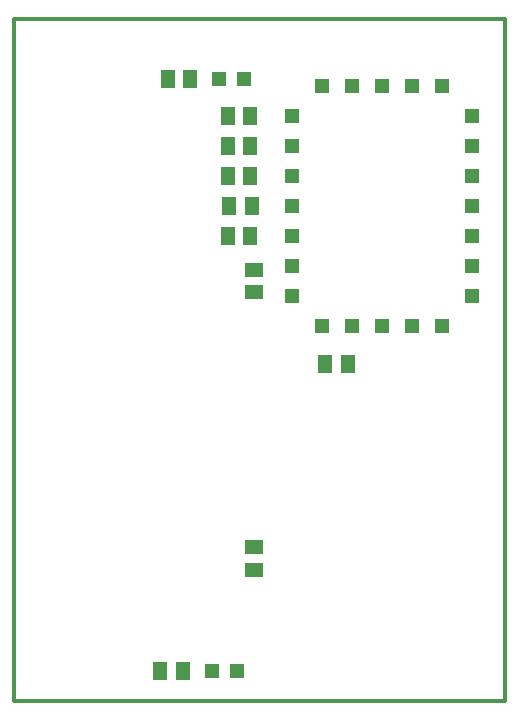
<source format=gtp>
G04 EAGLE Gerber RS-274X export*
G75*
%MOMM*%
%FSLAX34Y34*%
%LPD*%
%INSMD-Paste Oberseite*%
%IPPOS*%
%AMOC8*
5,1,8,0,0,1.08239X$1,22.5*%
G01*
%ADD10C,0.304800*%
%ADD11R,1.500000X1.300000*%
%ADD12R,1.150000X1.150000*%
%ADD13R,1.300000X1.500000*%
%ADD14R,1.200000X1.200000*%


D10*
X-19050Y0D02*
X396750Y0D01*
X396750Y577750D01*
X-19050Y577750D01*
X-19050Y0D01*
D11*
X184150Y365100D03*
X184150Y346100D03*
D12*
X215900Y495300D03*
X215900Y469900D03*
X215900Y444500D03*
X215900Y419100D03*
X215900Y393700D03*
X215900Y368300D03*
X215900Y342900D03*
X241300Y317500D03*
X266700Y317500D03*
X292100Y317500D03*
X317500Y317500D03*
X342900Y317500D03*
X368300Y342900D03*
X368300Y368300D03*
X368300Y393700D03*
X368300Y419100D03*
X368300Y444500D03*
X368300Y469900D03*
X368300Y495300D03*
X342900Y520700D03*
X317500Y520700D03*
X292100Y520700D03*
X266700Y520700D03*
X241300Y520700D03*
D13*
X161950Y495300D03*
X180950Y495300D03*
X161950Y469900D03*
X180950Y469900D03*
X161950Y444500D03*
X180950Y444500D03*
X163220Y419100D03*
X182220Y419100D03*
X161950Y393700D03*
X180950Y393700D03*
X244500Y285750D03*
X263500Y285750D03*
D14*
X175600Y527050D03*
X154600Y527050D03*
D13*
X130150Y527050D03*
X111150Y527050D03*
D11*
X184150Y111150D03*
X184150Y130150D03*
D14*
X169250Y25400D03*
X148250Y25400D03*
D13*
X123800Y25400D03*
X104800Y25400D03*
M02*

</source>
